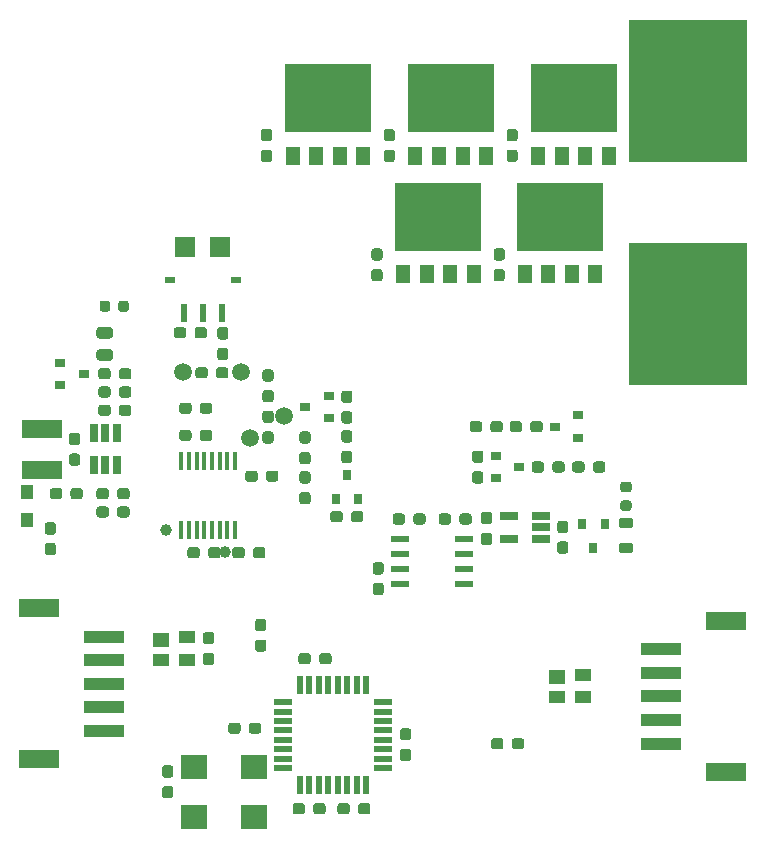
<source format=gtp>
%TF.GenerationSoftware,KiCad,Pcbnew,(5.1.8)-1*%
%TF.CreationDate,2021-02-13T14:21:55-08:00*%
%TF.ProjectId,20190720_Project_OCP-OVP-UVP,32303139-3037-4323-905f-50726f6a6563,A1*%
%TF.SameCoordinates,PX6ff61c0PY8823130*%
%TF.FileFunction,Paste,Top*%
%TF.FilePolarity,Positive*%
%FSLAX46Y46*%
G04 Gerber Fmt 4.6, Leading zero omitted, Abs format (unit mm)*
G04 Created by KiCad (PCBNEW (5.1.8)-1) date 2021-02-13 14:21:55*
%MOMM*%
%LPD*%
G01*
G04 APERTURE LIST*
%ADD10C,1.000000*%
%ADD11R,7.340600X5.816600*%
%ADD12R,1.143000X1.524000*%
%ADD13R,10.000000X12.000000*%
%ADD14R,3.500000X1.000000*%
%ADD15R,3.500000X1.600000*%
%ADD16R,3.500000X1.500000*%
%ADD17R,1.600000X0.550000*%
%ADD18R,0.550000X1.600000*%
%ADD19R,0.650000X1.560000*%
%ADD20R,0.900000X0.800000*%
%ADD21R,0.450000X1.500000*%
%ADD22R,2.200000X2.000000*%
%ADD23R,0.800000X0.900000*%
%ADD24R,1.550000X0.600000*%
%ADD25R,1.000000X1.150000*%
%ADD26R,1.560000X0.650000*%
%ADD27R,1.400000X1.000000*%
%ADD28R,1.400000X1.200000*%
%ADD29R,0.500000X1.500000*%
%ADD30R,1.800000X1.700000*%
%ADD31R,0.900000X0.600000*%
%ADD32C,1.500000*%
G04 APERTURE END LIST*
D10*
X17900000Y26000000D03*
X12900000Y27825000D03*
D11*
X26600000Y64382700D03*
D12*
X29600002Y59544000D03*
X27600001Y59544000D03*
X25600002Y59544000D03*
X23600001Y59544000D03*
D11*
X37000000Y64382700D03*
D12*
X40000002Y59544000D03*
X38000001Y59544000D03*
X36000002Y59544000D03*
X34000001Y59544000D03*
D11*
X47400000Y64382700D03*
D12*
X50400002Y59544000D03*
X48400001Y59544000D03*
X46400002Y59544000D03*
X44400001Y59544000D03*
D13*
X57100000Y46100000D03*
X57100000Y65000000D03*
D14*
X54800000Y17750000D03*
D15*
X60300000Y20150000D03*
X60300000Y7350000D03*
D14*
X54800000Y15750000D03*
X54800000Y13750000D03*
X54800000Y11750000D03*
X54800000Y9750000D03*
D16*
X2350000Y36425000D03*
X2350000Y32925000D03*
G36*
G01*
X3337500Y25700000D02*
X2862500Y25700000D01*
G75*
G02*
X2625000Y25937500I0J237500D01*
G01*
X2625000Y26512500D01*
G75*
G02*
X2862500Y26750000I237500J0D01*
G01*
X3337500Y26750000D01*
G75*
G02*
X3575000Y26512500I0J-237500D01*
G01*
X3575000Y25937500D01*
G75*
G02*
X3337500Y25700000I-237500J0D01*
G01*
G37*
G36*
G01*
X3337500Y27450000D02*
X2862500Y27450000D01*
G75*
G02*
X2625000Y27687500I0J237500D01*
G01*
X2625000Y28262500D01*
G75*
G02*
X2862500Y28500000I237500J0D01*
G01*
X3337500Y28500000D01*
G75*
G02*
X3575000Y28262500I0J-237500D01*
G01*
X3575000Y27687500D01*
G75*
G02*
X3337500Y27450000I-237500J0D01*
G01*
G37*
D17*
X22775000Y13275000D03*
X22775000Y12475000D03*
X22775000Y11675000D03*
X22775000Y10875000D03*
X22775000Y10075000D03*
X22775000Y9275000D03*
X22775000Y8475000D03*
X22775000Y7675000D03*
D18*
X24225000Y6225000D03*
X25025000Y6225000D03*
X25825000Y6225000D03*
X26625000Y6225000D03*
X27425000Y6225000D03*
X28225000Y6225000D03*
X29025000Y6225000D03*
X29825000Y6225000D03*
D17*
X31275000Y7675000D03*
X31275000Y8475000D03*
X31275000Y9275000D03*
X31275000Y10075000D03*
X31275000Y10875000D03*
X31275000Y11675000D03*
X31275000Y12475000D03*
X31275000Y13275000D03*
D18*
X29825000Y14725000D03*
X29025000Y14725000D03*
X28225000Y14725000D03*
X27425000Y14725000D03*
X26625000Y14725000D03*
X25825000Y14725000D03*
X25025000Y14725000D03*
X24225000Y14725000D03*
G36*
G01*
X22400000Y32637500D02*
X22400000Y32162500D01*
G75*
G02*
X22162500Y31925000I-237500J0D01*
G01*
X21587500Y31925000D01*
G75*
G02*
X21350000Y32162500I0J237500D01*
G01*
X21350000Y32637500D01*
G75*
G02*
X21587500Y32875000I237500J0D01*
G01*
X22162500Y32875000D01*
G75*
G02*
X22400000Y32637500I0J-237500D01*
G01*
G37*
G36*
G01*
X20650000Y32637500D02*
X20650000Y32162500D01*
G75*
G02*
X20412500Y31925000I-237500J0D01*
G01*
X19837500Y31925000D01*
G75*
G02*
X19600000Y32162500I0J237500D01*
G01*
X19600000Y32637500D01*
G75*
G02*
X19837500Y32875000I237500J0D01*
G01*
X20412500Y32875000D01*
G75*
G02*
X20650000Y32637500I0J-237500D01*
G01*
G37*
G36*
G01*
X13262500Y5125000D02*
X12787500Y5125000D01*
G75*
G02*
X12550000Y5362500I0J237500D01*
G01*
X12550000Y5937500D01*
G75*
G02*
X12787500Y6175000I237500J0D01*
G01*
X13262500Y6175000D01*
G75*
G02*
X13500000Y5937500I0J-237500D01*
G01*
X13500000Y5362500D01*
G75*
G02*
X13262500Y5125000I-237500J0D01*
G01*
G37*
G36*
G01*
X13262500Y6875000D02*
X12787500Y6875000D01*
G75*
G02*
X12550000Y7112500I0J237500D01*
G01*
X12550000Y7687500D01*
G75*
G02*
X12787500Y7925000I237500J0D01*
G01*
X13262500Y7925000D01*
G75*
G02*
X13500000Y7687500I0J-237500D01*
G01*
X13500000Y7112500D01*
G75*
G02*
X13262500Y6875000I-237500J0D01*
G01*
G37*
G36*
G01*
X18150000Y10822500D02*
X18150000Y11297500D01*
G75*
G02*
X18387500Y11535000I237500J0D01*
G01*
X18962500Y11535000D01*
G75*
G02*
X19200000Y11297500I0J-237500D01*
G01*
X19200000Y10822500D01*
G75*
G02*
X18962500Y10585000I-237500J0D01*
G01*
X18387500Y10585000D01*
G75*
G02*
X18150000Y10822500I0J237500D01*
G01*
G37*
G36*
G01*
X19900000Y10822500D02*
X19900000Y11297500D01*
G75*
G02*
X20137500Y11535000I237500J0D01*
G01*
X20712500Y11535000D01*
G75*
G02*
X20950000Y11297500I0J-237500D01*
G01*
X20950000Y10822500D01*
G75*
G02*
X20712500Y10585000I-237500J0D01*
G01*
X20137500Y10585000D01*
G75*
G02*
X19900000Y10822500I0J237500D01*
G01*
G37*
G36*
G01*
X32937500Y9325000D02*
X33412500Y9325000D01*
G75*
G02*
X33650000Y9087500I0J-237500D01*
G01*
X33650000Y8512500D01*
G75*
G02*
X33412500Y8275000I-237500J0D01*
G01*
X32937500Y8275000D01*
G75*
G02*
X32700000Y8512500I0J237500D01*
G01*
X32700000Y9087500D01*
G75*
G02*
X32937500Y9325000I237500J0D01*
G01*
G37*
G36*
G01*
X32937500Y11075000D02*
X33412500Y11075000D01*
G75*
G02*
X33650000Y10837500I0J-237500D01*
G01*
X33650000Y10262500D01*
G75*
G02*
X33412500Y10025000I-237500J0D01*
G01*
X32937500Y10025000D01*
G75*
G02*
X32700000Y10262500I0J237500D01*
G01*
X32700000Y10837500D01*
G75*
G02*
X32937500Y11075000I237500J0D01*
G01*
G37*
G36*
G01*
X42160000Y9512500D02*
X42160000Y9987500D01*
G75*
G02*
X42397500Y10225000I237500J0D01*
G01*
X42972500Y10225000D01*
G75*
G02*
X43210000Y9987500I0J-237500D01*
G01*
X43210000Y9512500D01*
G75*
G02*
X42972500Y9275000I-237500J0D01*
G01*
X42397500Y9275000D01*
G75*
G02*
X42160000Y9512500I0J237500D01*
G01*
G37*
G36*
G01*
X40410000Y9512500D02*
X40410000Y9987500D01*
G75*
G02*
X40647500Y10225000I237500J0D01*
G01*
X41222500Y10225000D01*
G75*
G02*
X41460000Y9987500I0J-237500D01*
G01*
X41460000Y9512500D01*
G75*
G02*
X41222500Y9275000I-237500J0D01*
G01*
X40647500Y9275000D01*
G75*
G02*
X40410000Y9512500I0J237500D01*
G01*
G37*
G36*
G01*
X24100000Y16712500D02*
X24100000Y17187500D01*
G75*
G02*
X24337500Y17425000I237500J0D01*
G01*
X24912500Y17425000D01*
G75*
G02*
X25150000Y17187500I0J-237500D01*
G01*
X25150000Y16712500D01*
G75*
G02*
X24912500Y16475000I-237500J0D01*
G01*
X24337500Y16475000D01*
G75*
G02*
X24100000Y16712500I0J237500D01*
G01*
G37*
G36*
G01*
X25850000Y16712500D02*
X25850000Y17187500D01*
G75*
G02*
X26087500Y17425000I237500J0D01*
G01*
X26662500Y17425000D01*
G75*
G02*
X26900000Y17187500I0J-237500D01*
G01*
X26900000Y16712500D01*
G75*
G02*
X26662500Y16475000I-237500J0D01*
G01*
X26087500Y16475000D01*
G75*
G02*
X25850000Y16712500I0J237500D01*
G01*
G37*
G36*
G01*
X16252500Y19210000D02*
X16727500Y19210000D01*
G75*
G02*
X16965000Y18972500I0J-237500D01*
G01*
X16965000Y18397500D01*
G75*
G02*
X16727500Y18160000I-237500J0D01*
G01*
X16252500Y18160000D01*
G75*
G02*
X16015000Y18397500I0J237500D01*
G01*
X16015000Y18972500D01*
G75*
G02*
X16252500Y19210000I237500J0D01*
G01*
G37*
G36*
G01*
X16252500Y17460000D02*
X16727500Y17460000D01*
G75*
G02*
X16965000Y17222500I0J-237500D01*
G01*
X16965000Y16647500D01*
G75*
G02*
X16727500Y16410000I-237500J0D01*
G01*
X16252500Y16410000D01*
G75*
G02*
X16015000Y16647500I0J237500D01*
G01*
X16015000Y17222500D01*
G75*
G02*
X16252500Y17460000I237500J0D01*
G01*
G37*
G36*
G01*
X20662500Y18575000D02*
X21137500Y18575000D01*
G75*
G02*
X21375000Y18337500I0J-237500D01*
G01*
X21375000Y17762500D01*
G75*
G02*
X21137500Y17525000I-237500J0D01*
G01*
X20662500Y17525000D01*
G75*
G02*
X20425000Y17762500I0J237500D01*
G01*
X20425000Y18337500D01*
G75*
G02*
X20662500Y18575000I237500J0D01*
G01*
G37*
G36*
G01*
X20662500Y20325000D02*
X21137500Y20325000D01*
G75*
G02*
X21375000Y20087500I0J-237500D01*
G01*
X21375000Y19512500D01*
G75*
G02*
X21137500Y19275000I-237500J0D01*
G01*
X20662500Y19275000D01*
G75*
G02*
X20425000Y19512500I0J237500D01*
G01*
X20425000Y20087500D01*
G75*
G02*
X20662500Y20325000I237500J0D01*
G01*
G37*
G36*
G01*
X8900000Y39287500D02*
X8900000Y39762500D01*
G75*
G02*
X9137500Y40000000I237500J0D01*
G01*
X9712500Y40000000D01*
G75*
G02*
X9950000Y39762500I0J-237500D01*
G01*
X9950000Y39287500D01*
G75*
G02*
X9712500Y39050000I-237500J0D01*
G01*
X9137500Y39050000D01*
G75*
G02*
X8900000Y39287500I0J237500D01*
G01*
G37*
G36*
G01*
X7150000Y39287500D02*
X7150000Y39762500D01*
G75*
G02*
X7387500Y40000000I237500J0D01*
G01*
X7962500Y40000000D01*
G75*
G02*
X8200000Y39762500I0J-237500D01*
G01*
X8200000Y39287500D01*
G75*
G02*
X7962500Y39050000I-237500J0D01*
G01*
X7387500Y39050000D01*
G75*
G02*
X7150000Y39287500I0J237500D01*
G01*
G37*
G36*
G01*
X4912500Y34325000D02*
X5387500Y34325000D01*
G75*
G02*
X5625000Y34087500I0J-237500D01*
G01*
X5625000Y33512500D01*
G75*
G02*
X5387500Y33275000I-237500J0D01*
G01*
X4912500Y33275000D01*
G75*
G02*
X4675000Y33512500I0J237500D01*
G01*
X4675000Y34087500D01*
G75*
G02*
X4912500Y34325000I237500J0D01*
G01*
G37*
G36*
G01*
X4912500Y36075000D02*
X5387500Y36075000D01*
G75*
G02*
X5625000Y35837500I0J-237500D01*
G01*
X5625000Y35262500D01*
G75*
G02*
X5387500Y35025000I-237500J0D01*
G01*
X4912500Y35025000D01*
G75*
G02*
X4675000Y35262500I0J237500D01*
G01*
X4675000Y35837500D01*
G75*
G02*
X4912500Y36075000I237500J0D01*
G01*
G37*
G36*
G01*
X9800000Y31162500D02*
X9800000Y30687500D01*
G75*
G02*
X9562500Y30450000I-237500J0D01*
G01*
X8987500Y30450000D01*
G75*
G02*
X8750000Y30687500I0J237500D01*
G01*
X8750000Y31162500D01*
G75*
G02*
X8987500Y31400000I237500J0D01*
G01*
X9562500Y31400000D01*
G75*
G02*
X9800000Y31162500I0J-237500D01*
G01*
G37*
G36*
G01*
X8050000Y31162500D02*
X8050000Y30687500D01*
G75*
G02*
X7812500Y30450000I-237500J0D01*
G01*
X7237500Y30450000D01*
G75*
G02*
X7000000Y30687500I0J237500D01*
G01*
X7000000Y31162500D01*
G75*
G02*
X7237500Y31400000I237500J0D01*
G01*
X7812500Y31400000D01*
G75*
G02*
X8050000Y31162500I0J-237500D01*
G01*
G37*
D19*
X6800000Y33375000D03*
X7750000Y33375000D03*
X8700000Y33375000D03*
X8700000Y36075000D03*
X6800000Y36075000D03*
X7750000Y36075000D03*
G36*
G01*
X8900000Y37737500D02*
X8900000Y38212500D01*
G75*
G02*
X9137500Y38450000I237500J0D01*
G01*
X9712500Y38450000D01*
G75*
G02*
X9950000Y38212500I0J-237500D01*
G01*
X9950000Y37737500D01*
G75*
G02*
X9712500Y37500000I-237500J0D01*
G01*
X9137500Y37500000D01*
G75*
G02*
X8900000Y37737500I0J237500D01*
G01*
G37*
G36*
G01*
X7150000Y37737500D02*
X7150000Y38212500D01*
G75*
G02*
X7387500Y38450000I237500J0D01*
G01*
X7962500Y38450000D01*
G75*
G02*
X8200000Y38212500I0J-237500D01*
G01*
X8200000Y37737500D01*
G75*
G02*
X7962500Y37500000I-237500J0D01*
G01*
X7387500Y37500000D01*
G75*
G02*
X7150000Y37737500I0J237500D01*
G01*
G37*
D20*
X3950000Y42025000D03*
X3950000Y40125000D03*
X5950000Y41075000D03*
G36*
G01*
X8750000Y29137500D02*
X8750000Y29612500D01*
G75*
G02*
X8987500Y29850000I237500J0D01*
G01*
X9562500Y29850000D01*
G75*
G02*
X9800000Y29612500I0J-237500D01*
G01*
X9800000Y29137500D01*
G75*
G02*
X9562500Y28900000I-237500J0D01*
G01*
X8987500Y28900000D01*
G75*
G02*
X8750000Y29137500I0J237500D01*
G01*
G37*
G36*
G01*
X7000000Y29137500D02*
X7000000Y29612500D01*
G75*
G02*
X7237500Y29850000I237500J0D01*
G01*
X7812500Y29850000D01*
G75*
G02*
X8050000Y29612500I0J-237500D01*
G01*
X8050000Y29137500D01*
G75*
G02*
X7812500Y28900000I-237500J0D01*
G01*
X7237500Y28900000D01*
G75*
G02*
X7000000Y29137500I0J237500D01*
G01*
G37*
D21*
X14175000Y33725000D03*
X14825000Y33725000D03*
X15475000Y33725000D03*
X16125000Y33725000D03*
X16775000Y33725000D03*
X17425000Y33725000D03*
X18075000Y33725000D03*
X18725000Y33725000D03*
X18725000Y27825000D03*
X18075000Y27825000D03*
X17425000Y27825000D03*
X16775000Y27825000D03*
X16125000Y27825000D03*
X15475000Y27825000D03*
X14825000Y27825000D03*
X14175000Y27825000D03*
D22*
X15295000Y3550000D03*
X20375000Y3550000D03*
X20375000Y7750000D03*
X15295000Y7750000D03*
G36*
G01*
X33825000Y28537500D02*
X33825000Y29012500D01*
G75*
G02*
X34062500Y29250000I237500J0D01*
G01*
X34637500Y29250000D01*
G75*
G02*
X34875000Y29012500I0J-237500D01*
G01*
X34875000Y28537500D01*
G75*
G02*
X34637500Y28300000I-237500J0D01*
G01*
X34062500Y28300000D01*
G75*
G02*
X33825000Y28537500I0J237500D01*
G01*
G37*
G36*
G01*
X32075000Y28537500D02*
X32075000Y29012500D01*
G75*
G02*
X32312500Y29250000I237500J0D01*
G01*
X32887500Y29250000D01*
G75*
G02*
X33125000Y29012500I0J-237500D01*
G01*
X33125000Y28537500D01*
G75*
G02*
X32887500Y28300000I-237500J0D01*
G01*
X32312500Y28300000D01*
G75*
G02*
X32075000Y28537500I0J237500D01*
G01*
G37*
G36*
G01*
X38775000Y29012500D02*
X38775000Y28537500D01*
G75*
G02*
X38537500Y28300000I-237500J0D01*
G01*
X37962500Y28300000D01*
G75*
G02*
X37725000Y28537500I0J237500D01*
G01*
X37725000Y29012500D01*
G75*
G02*
X37962500Y29250000I237500J0D01*
G01*
X38537500Y29250000D01*
G75*
G02*
X38775000Y29012500I0J-237500D01*
G01*
G37*
G36*
G01*
X37025000Y29012500D02*
X37025000Y28537500D01*
G75*
G02*
X36787500Y28300000I-237500J0D01*
G01*
X36212500Y28300000D01*
G75*
G02*
X35975000Y28537500I0J237500D01*
G01*
X35975000Y29012500D01*
G75*
G02*
X36212500Y29250000I237500J0D01*
G01*
X36787500Y29250000D01*
G75*
G02*
X37025000Y29012500I0J-237500D01*
G01*
G37*
G36*
G01*
X7275000Y46543750D02*
X7275000Y47056250D01*
G75*
G02*
X7493750Y47275000I218750J0D01*
G01*
X7931250Y47275000D01*
G75*
G02*
X8150000Y47056250I0J-218750D01*
G01*
X8150000Y46543750D01*
G75*
G02*
X7931250Y46325000I-218750J0D01*
G01*
X7493750Y46325000D01*
G75*
G02*
X7275000Y46543750I0J218750D01*
G01*
G37*
G36*
G01*
X8850000Y46543750D02*
X8850000Y47056250D01*
G75*
G02*
X9068750Y47275000I218750J0D01*
G01*
X9506250Y47275000D01*
G75*
G02*
X9725000Y47056250I0J-218750D01*
G01*
X9725000Y46543750D01*
G75*
G02*
X9506250Y46325000I-218750J0D01*
G01*
X9068750Y46325000D01*
G75*
G02*
X8850000Y46543750I0J218750D01*
G01*
G37*
D23*
X28200000Y32475000D03*
X29150000Y30475000D03*
X27250000Y30475000D03*
D20*
X26650000Y37300000D03*
X26650000Y39200000D03*
X24650000Y38250000D03*
D24*
X38125000Y27125000D03*
X38125000Y25855000D03*
X38125000Y24585000D03*
X38125000Y23315000D03*
X32725000Y23315000D03*
X32725000Y24585000D03*
X32725000Y25855000D03*
X32725000Y27125000D03*
D20*
X40800000Y34125000D03*
X40800000Y32225000D03*
X42800000Y33175000D03*
X45800000Y36600000D03*
X47800000Y37550000D03*
X47800000Y35650000D03*
G36*
G01*
X28550000Y28737500D02*
X28550000Y29212500D01*
G75*
G02*
X28787500Y29450000I237500J0D01*
G01*
X29362500Y29450000D01*
G75*
G02*
X29600000Y29212500I0J-237500D01*
G01*
X29600000Y28737500D01*
G75*
G02*
X29362500Y28500000I-237500J0D01*
G01*
X28787500Y28500000D01*
G75*
G02*
X28550000Y28737500I0J237500D01*
G01*
G37*
G36*
G01*
X26800000Y28737500D02*
X26800000Y29212500D01*
G75*
G02*
X27037500Y29450000I237500J0D01*
G01*
X27612500Y29450000D01*
G75*
G02*
X27850000Y29212500I0J-237500D01*
G01*
X27850000Y28737500D01*
G75*
G02*
X27612500Y28500000I-237500J0D01*
G01*
X27037500Y28500000D01*
G75*
G02*
X26800000Y28737500I0J237500D01*
G01*
G37*
G36*
G01*
X27962500Y37900000D02*
X28437500Y37900000D01*
G75*
G02*
X28675000Y37662500I0J-237500D01*
G01*
X28675000Y37087500D01*
G75*
G02*
X28437500Y36850000I-237500J0D01*
G01*
X27962500Y36850000D01*
G75*
G02*
X27725000Y37087500I0J237500D01*
G01*
X27725000Y37662500D01*
G75*
G02*
X27962500Y37900000I237500J0D01*
G01*
G37*
G36*
G01*
X27962500Y39650000D02*
X28437500Y39650000D01*
G75*
G02*
X28675000Y39412500I0J-237500D01*
G01*
X28675000Y38837500D01*
G75*
G02*
X28437500Y38600000I-237500J0D01*
G01*
X27962500Y38600000D01*
G75*
G02*
X27725000Y38837500I0J237500D01*
G01*
X27725000Y39412500D01*
G75*
G02*
X27962500Y39650000I237500J0D01*
G01*
G37*
G36*
G01*
X27962500Y36300000D02*
X28437500Y36300000D01*
G75*
G02*
X28675000Y36062500I0J-237500D01*
G01*
X28675000Y35487500D01*
G75*
G02*
X28437500Y35250000I-237500J0D01*
G01*
X27962500Y35250000D01*
G75*
G02*
X27725000Y35487500I0J237500D01*
G01*
X27725000Y36062500D01*
G75*
G02*
X27962500Y36300000I237500J0D01*
G01*
G37*
G36*
G01*
X27962500Y34550000D02*
X28437500Y34550000D01*
G75*
G02*
X28675000Y34312500I0J-237500D01*
G01*
X28675000Y33737500D01*
G75*
G02*
X28437500Y33500000I-237500J0D01*
G01*
X27962500Y33500000D01*
G75*
G02*
X27725000Y33737500I0J237500D01*
G01*
X27725000Y34312500D01*
G75*
G02*
X27962500Y34550000I237500J0D01*
G01*
G37*
G36*
G01*
X24412500Y32825000D02*
X24887500Y32825000D01*
G75*
G02*
X25125000Y32587500I0J-237500D01*
G01*
X25125000Y32012500D01*
G75*
G02*
X24887500Y31775000I-237500J0D01*
G01*
X24412500Y31775000D01*
G75*
G02*
X24175000Y32012500I0J237500D01*
G01*
X24175000Y32587500D01*
G75*
G02*
X24412500Y32825000I237500J0D01*
G01*
G37*
G36*
G01*
X24412500Y31075000D02*
X24887500Y31075000D01*
G75*
G02*
X25125000Y30837500I0J-237500D01*
G01*
X25125000Y30262500D01*
G75*
G02*
X24887500Y30025000I-237500J0D01*
G01*
X24412500Y30025000D01*
G75*
G02*
X24175000Y30262500I0J237500D01*
G01*
X24175000Y30837500D01*
G75*
G02*
X24412500Y31075000I237500J0D01*
G01*
G37*
G36*
G01*
X30612500Y25125000D02*
X31087500Y25125000D01*
G75*
G02*
X31325000Y24887500I0J-237500D01*
G01*
X31325000Y24312500D01*
G75*
G02*
X31087500Y24075000I-237500J0D01*
G01*
X30612500Y24075000D01*
G75*
G02*
X30375000Y24312500I0J237500D01*
G01*
X30375000Y24887500D01*
G75*
G02*
X30612500Y25125000I237500J0D01*
G01*
G37*
G36*
G01*
X30612500Y23375000D02*
X31087500Y23375000D01*
G75*
G02*
X31325000Y23137500I0J-237500D01*
G01*
X31325000Y22562500D01*
G75*
G02*
X31087500Y22325000I-237500J0D01*
G01*
X30612500Y22325000D01*
G75*
G02*
X30375000Y22562500I0J237500D01*
G01*
X30375000Y23137500D01*
G75*
G02*
X30612500Y23375000I237500J0D01*
G01*
G37*
G36*
G01*
X24412500Y34450000D02*
X24887500Y34450000D01*
G75*
G02*
X25125000Y34212500I0J-237500D01*
G01*
X25125000Y33637500D01*
G75*
G02*
X24887500Y33400000I-237500J0D01*
G01*
X24412500Y33400000D01*
G75*
G02*
X24175000Y33637500I0J237500D01*
G01*
X24175000Y34212500D01*
G75*
G02*
X24412500Y34450000I237500J0D01*
G01*
G37*
G36*
G01*
X24412500Y36200000D02*
X24887500Y36200000D01*
G75*
G02*
X25125000Y35962500I0J-237500D01*
G01*
X25125000Y35387500D01*
G75*
G02*
X24887500Y35150000I-237500J0D01*
G01*
X24412500Y35150000D01*
G75*
G02*
X24175000Y35387500I0J237500D01*
G01*
X24175000Y35962500D01*
G75*
G02*
X24412500Y36200000I237500J0D01*
G01*
G37*
G36*
G01*
X39037500Y32825000D02*
X39512500Y32825000D01*
G75*
G02*
X39750000Y32587500I0J-237500D01*
G01*
X39750000Y32012500D01*
G75*
G02*
X39512500Y31775000I-237500J0D01*
G01*
X39037500Y31775000D01*
G75*
G02*
X38800000Y32012500I0J237500D01*
G01*
X38800000Y32587500D01*
G75*
G02*
X39037500Y32825000I237500J0D01*
G01*
G37*
G36*
G01*
X39037500Y34575000D02*
X39512500Y34575000D01*
G75*
G02*
X39750000Y34337500I0J-237500D01*
G01*
X39750000Y33762500D01*
G75*
G02*
X39512500Y33525000I-237500J0D01*
G01*
X39037500Y33525000D01*
G75*
G02*
X38800000Y33762500I0J237500D01*
G01*
X38800000Y34337500D01*
G75*
G02*
X39037500Y34575000I237500J0D01*
G01*
G37*
G36*
G01*
X48325000Y33412500D02*
X48325000Y32937500D01*
G75*
G02*
X48087500Y32700000I-237500J0D01*
G01*
X47512500Y32700000D01*
G75*
G02*
X47275000Y32937500I0J237500D01*
G01*
X47275000Y33412500D01*
G75*
G02*
X47512500Y33650000I237500J0D01*
G01*
X48087500Y33650000D01*
G75*
G02*
X48325000Y33412500I0J-237500D01*
G01*
G37*
G36*
G01*
X50075000Y33412500D02*
X50075000Y32937500D01*
G75*
G02*
X49837500Y32700000I-237500J0D01*
G01*
X49262500Y32700000D01*
G75*
G02*
X49025000Y32937500I0J237500D01*
G01*
X49025000Y33412500D01*
G75*
G02*
X49262500Y33650000I237500J0D01*
G01*
X49837500Y33650000D01*
G75*
G02*
X50075000Y33412500I0J-237500D01*
G01*
G37*
G36*
G01*
X46650000Y33412500D02*
X46650000Y32937500D01*
G75*
G02*
X46412500Y32700000I-237500J0D01*
G01*
X45837500Y32700000D01*
G75*
G02*
X45600000Y32937500I0J237500D01*
G01*
X45600000Y33412500D01*
G75*
G02*
X45837500Y33650000I237500J0D01*
G01*
X46412500Y33650000D01*
G75*
G02*
X46650000Y33412500I0J-237500D01*
G01*
G37*
G36*
G01*
X44900000Y33412500D02*
X44900000Y32937500D01*
G75*
G02*
X44662500Y32700000I-237500J0D01*
G01*
X44087500Y32700000D01*
G75*
G02*
X43850000Y32937500I0J237500D01*
G01*
X43850000Y33412500D01*
G75*
G02*
X44087500Y33650000I237500J0D01*
G01*
X44662500Y33650000D01*
G75*
G02*
X44900000Y33412500I0J-237500D01*
G01*
G37*
G36*
G01*
X44775000Y36837500D02*
X44775000Y36362500D01*
G75*
G02*
X44537500Y36125000I-237500J0D01*
G01*
X43962500Y36125000D01*
G75*
G02*
X43725000Y36362500I0J237500D01*
G01*
X43725000Y36837500D01*
G75*
G02*
X43962500Y37075000I237500J0D01*
G01*
X44537500Y37075000D01*
G75*
G02*
X44775000Y36837500I0J-237500D01*
G01*
G37*
G36*
G01*
X43025000Y36837500D02*
X43025000Y36362500D01*
G75*
G02*
X42787500Y36125000I-237500J0D01*
G01*
X42212500Y36125000D01*
G75*
G02*
X41975000Y36362500I0J237500D01*
G01*
X41975000Y36837500D01*
G75*
G02*
X42212500Y37075000I237500J0D01*
G01*
X42787500Y37075000D01*
G75*
G02*
X43025000Y36837500I0J-237500D01*
G01*
G37*
G36*
G01*
X41400000Y36837500D02*
X41400000Y36362500D01*
G75*
G02*
X41162500Y36125000I-237500J0D01*
G01*
X40587500Y36125000D01*
G75*
G02*
X40350000Y36362500I0J237500D01*
G01*
X40350000Y36837500D01*
G75*
G02*
X40587500Y37075000I237500J0D01*
G01*
X41162500Y37075000D01*
G75*
G02*
X41400000Y36837500I0J-237500D01*
G01*
G37*
G36*
G01*
X39650000Y36837500D02*
X39650000Y36362500D01*
G75*
G02*
X39412500Y36125000I-237500J0D01*
G01*
X38837500Y36125000D01*
G75*
G02*
X38600000Y36362500I0J237500D01*
G01*
X38600000Y36837500D01*
G75*
G02*
X38837500Y37075000I237500J0D01*
G01*
X39412500Y37075000D01*
G75*
G02*
X39650000Y36837500I0J-237500D01*
G01*
G37*
G36*
G01*
X21637500Y59000000D02*
X21162500Y59000000D01*
G75*
G02*
X20925000Y59237500I0J237500D01*
G01*
X20925000Y59812500D01*
G75*
G02*
X21162500Y60050000I237500J0D01*
G01*
X21637500Y60050000D01*
G75*
G02*
X21875000Y59812500I0J-237500D01*
G01*
X21875000Y59237500D01*
G75*
G02*
X21637500Y59000000I-237500J0D01*
G01*
G37*
G36*
G01*
X21637500Y60750000D02*
X21162500Y60750000D01*
G75*
G02*
X20925000Y60987500I0J237500D01*
G01*
X20925000Y61562500D01*
G75*
G02*
X21162500Y61800000I237500J0D01*
G01*
X21637500Y61800000D01*
G75*
G02*
X21875000Y61562500I0J-237500D01*
G01*
X21875000Y60987500D01*
G75*
G02*
X21637500Y60750000I-237500J0D01*
G01*
G37*
G36*
G01*
X42437500Y59000000D02*
X41962500Y59000000D01*
G75*
G02*
X41725000Y59237500I0J237500D01*
G01*
X41725000Y59812500D01*
G75*
G02*
X41962500Y60050000I237500J0D01*
G01*
X42437500Y60050000D01*
G75*
G02*
X42675000Y59812500I0J-237500D01*
G01*
X42675000Y59237500D01*
G75*
G02*
X42437500Y59000000I-237500J0D01*
G01*
G37*
G36*
G01*
X42437500Y60750000D02*
X41962500Y60750000D01*
G75*
G02*
X41725000Y60987500I0J237500D01*
G01*
X41725000Y61562500D01*
G75*
G02*
X41962500Y61800000I237500J0D01*
G01*
X42437500Y61800000D01*
G75*
G02*
X42675000Y61562500I0J-237500D01*
G01*
X42675000Y60987500D01*
G75*
G02*
X42437500Y60750000I-237500J0D01*
G01*
G37*
G36*
G01*
X41337500Y48900000D02*
X40862500Y48900000D01*
G75*
G02*
X40625000Y49137500I0J237500D01*
G01*
X40625000Y49712500D01*
G75*
G02*
X40862500Y49950000I237500J0D01*
G01*
X41337500Y49950000D01*
G75*
G02*
X41575000Y49712500I0J-237500D01*
G01*
X41575000Y49137500D01*
G75*
G02*
X41337500Y48900000I-237500J0D01*
G01*
G37*
G36*
G01*
X41337500Y50650000D02*
X40862500Y50650000D01*
G75*
G02*
X40625000Y50887500I0J237500D01*
G01*
X40625000Y51462500D01*
G75*
G02*
X40862500Y51700000I237500J0D01*
G01*
X41337500Y51700000D01*
G75*
G02*
X41575000Y51462500I0J-237500D01*
G01*
X41575000Y50887500D01*
G75*
G02*
X41337500Y50650000I-237500J0D01*
G01*
G37*
G36*
G01*
X30512500Y49950000D02*
X30987500Y49950000D01*
G75*
G02*
X31225000Y49712500I0J-237500D01*
G01*
X31225000Y49137500D01*
G75*
G02*
X30987500Y48900000I-237500J0D01*
G01*
X30512500Y48900000D01*
G75*
G02*
X30275000Y49137500I0J237500D01*
G01*
X30275000Y49712500D01*
G75*
G02*
X30512500Y49950000I237500J0D01*
G01*
G37*
G36*
G01*
X30512500Y51700000D02*
X30987500Y51700000D01*
G75*
G02*
X31225000Y51462500I0J-237500D01*
G01*
X31225000Y50887500D01*
G75*
G02*
X30987500Y50650000I-237500J0D01*
G01*
X30512500Y50650000D01*
G75*
G02*
X30275000Y50887500I0J237500D01*
G01*
X30275000Y51462500D01*
G75*
G02*
X30512500Y51700000I237500J0D01*
G01*
G37*
G36*
G01*
X7243750Y45025000D02*
X8156250Y45025000D01*
G75*
G02*
X8400000Y44781250I0J-243750D01*
G01*
X8400000Y44293750D01*
G75*
G02*
X8156250Y44050000I-243750J0D01*
G01*
X7243750Y44050000D01*
G75*
G02*
X7000000Y44293750I0J243750D01*
G01*
X7000000Y44781250D01*
G75*
G02*
X7243750Y45025000I243750J0D01*
G01*
G37*
G36*
G01*
X7243750Y43150000D02*
X8156250Y43150000D01*
G75*
G02*
X8400000Y42906250I0J-243750D01*
G01*
X8400000Y42418750D01*
G75*
G02*
X8156250Y42175000I-243750J0D01*
G01*
X7243750Y42175000D01*
G75*
G02*
X7000000Y42418750I0J243750D01*
G01*
X7000000Y42906250D01*
G75*
G02*
X7243750Y43150000I243750J0D01*
G01*
G37*
G36*
G01*
X13550000Y44312500D02*
X13550000Y44787500D01*
G75*
G02*
X13787500Y45025000I237500J0D01*
G01*
X14362500Y45025000D01*
G75*
G02*
X14600000Y44787500I0J-237500D01*
G01*
X14600000Y44312500D01*
G75*
G02*
X14362500Y44075000I-237500J0D01*
G01*
X13787500Y44075000D01*
G75*
G02*
X13550000Y44312500I0J237500D01*
G01*
G37*
G36*
G01*
X15300000Y44312500D02*
X15300000Y44787500D01*
G75*
G02*
X15537500Y45025000I237500J0D01*
G01*
X16112500Y45025000D01*
G75*
G02*
X16350000Y44787500I0J-237500D01*
G01*
X16350000Y44312500D01*
G75*
G02*
X16112500Y44075000I-237500J0D01*
G01*
X15537500Y44075000D01*
G75*
G02*
X15300000Y44312500I0J237500D01*
G01*
G37*
G36*
G01*
X17462500Y43275000D02*
X17937500Y43275000D01*
G75*
G02*
X18175000Y43037500I0J-237500D01*
G01*
X18175000Y42462500D01*
G75*
G02*
X17937500Y42225000I-237500J0D01*
G01*
X17462500Y42225000D01*
G75*
G02*
X17225000Y42462500I0J237500D01*
G01*
X17225000Y43037500D01*
G75*
G02*
X17462500Y43275000I237500J0D01*
G01*
G37*
G36*
G01*
X17462500Y45025000D02*
X17937500Y45025000D01*
G75*
G02*
X18175000Y44787500I0J-237500D01*
G01*
X18175000Y44212500D01*
G75*
G02*
X17937500Y43975000I-237500J0D01*
G01*
X17462500Y43975000D01*
G75*
G02*
X17225000Y44212500I0J237500D01*
G01*
X17225000Y44787500D01*
G75*
G02*
X17462500Y45025000I237500J0D01*
G01*
G37*
G36*
G01*
X18175000Y41387500D02*
X18175000Y40912500D01*
G75*
G02*
X17937500Y40675000I-237500J0D01*
G01*
X17362500Y40675000D01*
G75*
G02*
X17125000Y40912500I0J237500D01*
G01*
X17125000Y41387500D01*
G75*
G02*
X17362500Y41625000I237500J0D01*
G01*
X17937500Y41625000D01*
G75*
G02*
X18175000Y41387500I0J-237500D01*
G01*
G37*
G36*
G01*
X16425000Y41387500D02*
X16425000Y40912500D01*
G75*
G02*
X16187500Y40675000I-237500J0D01*
G01*
X15612500Y40675000D01*
G75*
G02*
X15375000Y40912500I0J237500D01*
G01*
X15375000Y41387500D01*
G75*
G02*
X15612500Y41625000I237500J0D01*
G01*
X16187500Y41625000D01*
G75*
G02*
X16425000Y41387500I0J-237500D01*
G01*
G37*
G36*
G01*
X21287500Y39700000D02*
X21762500Y39700000D01*
G75*
G02*
X22000000Y39462500I0J-237500D01*
G01*
X22000000Y38887500D01*
G75*
G02*
X21762500Y38650000I-237500J0D01*
G01*
X21287500Y38650000D01*
G75*
G02*
X21050000Y38887500I0J237500D01*
G01*
X21050000Y39462500D01*
G75*
G02*
X21287500Y39700000I237500J0D01*
G01*
G37*
G36*
G01*
X21287500Y41450000D02*
X21762500Y41450000D01*
G75*
G02*
X22000000Y41212500I0J-237500D01*
G01*
X22000000Y40637500D01*
G75*
G02*
X21762500Y40400000I-237500J0D01*
G01*
X21287500Y40400000D01*
G75*
G02*
X21050000Y40637500I0J237500D01*
G01*
X21050000Y41212500D01*
G75*
G02*
X21287500Y41450000I237500J0D01*
G01*
G37*
G36*
G01*
X21287500Y37950000D02*
X21762500Y37950000D01*
G75*
G02*
X22000000Y37712500I0J-237500D01*
G01*
X22000000Y37137500D01*
G75*
G02*
X21762500Y36900000I-237500J0D01*
G01*
X21287500Y36900000D01*
G75*
G02*
X21050000Y37137500I0J237500D01*
G01*
X21050000Y37712500D01*
G75*
G02*
X21287500Y37950000I237500J0D01*
G01*
G37*
G36*
G01*
X21287500Y36200000D02*
X21762500Y36200000D01*
G75*
G02*
X22000000Y35962500I0J-237500D01*
G01*
X22000000Y35387500D01*
G75*
G02*
X21762500Y35150000I-237500J0D01*
G01*
X21287500Y35150000D01*
G75*
G02*
X21050000Y35387500I0J237500D01*
G01*
X21050000Y35962500D01*
G75*
G02*
X21287500Y36200000I237500J0D01*
G01*
G37*
G36*
G01*
X8200000Y41312500D02*
X8200000Y40837500D01*
G75*
G02*
X7962500Y40600000I-237500J0D01*
G01*
X7387500Y40600000D01*
G75*
G02*
X7150000Y40837500I0J237500D01*
G01*
X7150000Y41312500D01*
G75*
G02*
X7387500Y41550000I237500J0D01*
G01*
X7962500Y41550000D01*
G75*
G02*
X8200000Y41312500I0J-237500D01*
G01*
G37*
G36*
G01*
X9950000Y41312500D02*
X9950000Y40837500D01*
G75*
G02*
X9712500Y40600000I-237500J0D01*
G01*
X9137500Y40600000D01*
G75*
G02*
X8900000Y40837500I0J237500D01*
G01*
X8900000Y41312500D01*
G75*
G02*
X9137500Y41550000I237500J0D01*
G01*
X9712500Y41550000D01*
G75*
G02*
X9950000Y41312500I0J-237500D01*
G01*
G37*
G36*
G01*
X3050000Y30687500D02*
X3050000Y31162500D01*
G75*
G02*
X3287500Y31400000I237500J0D01*
G01*
X3862500Y31400000D01*
G75*
G02*
X4100000Y31162500I0J-237500D01*
G01*
X4100000Y30687500D01*
G75*
G02*
X3862500Y30450000I-237500J0D01*
G01*
X3287500Y30450000D01*
G75*
G02*
X3050000Y30687500I0J237500D01*
G01*
G37*
G36*
G01*
X4800000Y30687500D02*
X4800000Y31162500D01*
G75*
G02*
X5037500Y31400000I237500J0D01*
G01*
X5612500Y31400000D01*
G75*
G02*
X5850000Y31162500I0J-237500D01*
G01*
X5850000Y30687500D01*
G75*
G02*
X5612500Y30450000I-237500J0D01*
G01*
X5037500Y30450000D01*
G75*
G02*
X4800000Y30687500I0J237500D01*
G01*
G37*
D25*
X1100000Y28700000D03*
X1100000Y31050000D03*
G36*
G01*
X46712500Y25825000D02*
X46237500Y25825000D01*
G75*
G02*
X46000000Y26062500I0J237500D01*
G01*
X46000000Y26637500D01*
G75*
G02*
X46237500Y26875000I237500J0D01*
G01*
X46712500Y26875000D01*
G75*
G02*
X46950000Y26637500I0J-237500D01*
G01*
X46950000Y26062500D01*
G75*
G02*
X46712500Y25825000I-237500J0D01*
G01*
G37*
G36*
G01*
X46712500Y27575000D02*
X46237500Y27575000D01*
G75*
G02*
X46000000Y27812500I0J237500D01*
G01*
X46000000Y28387500D01*
G75*
G02*
X46237500Y28625000I237500J0D01*
G01*
X46712500Y28625000D01*
G75*
G02*
X46950000Y28387500I0J-237500D01*
G01*
X46950000Y27812500D01*
G75*
G02*
X46712500Y27575000I-237500J0D01*
G01*
G37*
G36*
G01*
X40262500Y28325000D02*
X39787500Y28325000D01*
G75*
G02*
X39550000Y28562500I0J237500D01*
G01*
X39550000Y29137500D01*
G75*
G02*
X39787500Y29375000I237500J0D01*
G01*
X40262500Y29375000D01*
G75*
G02*
X40500000Y29137500I0J-237500D01*
G01*
X40500000Y28562500D01*
G75*
G02*
X40262500Y28325000I-237500J0D01*
G01*
G37*
G36*
G01*
X40262500Y26575000D02*
X39787500Y26575000D01*
G75*
G02*
X39550000Y26812500I0J237500D01*
G01*
X39550000Y27387500D01*
G75*
G02*
X39787500Y27625000I237500J0D01*
G01*
X40262500Y27625000D01*
G75*
G02*
X40500000Y27387500I0J-237500D01*
G01*
X40500000Y26812500D01*
G75*
G02*
X40262500Y26575000I-237500J0D01*
G01*
G37*
D23*
X50025000Y28325000D03*
X48125000Y28325000D03*
X49075000Y26325000D03*
G36*
G01*
X52081250Y29475000D02*
X51568750Y29475000D01*
G75*
G02*
X51350000Y29693750I0J218750D01*
G01*
X51350000Y30131250D01*
G75*
G02*
X51568750Y30350000I218750J0D01*
G01*
X52081250Y30350000D01*
G75*
G02*
X52300000Y30131250I0J-218750D01*
G01*
X52300000Y29693750D01*
G75*
G02*
X52081250Y29475000I-218750J0D01*
G01*
G37*
G36*
G01*
X52081250Y31050000D02*
X51568750Y31050000D01*
G75*
G02*
X51350000Y31268750I0J218750D01*
G01*
X51350000Y31706250D01*
G75*
G02*
X51568750Y31925000I218750J0D01*
G01*
X52081250Y31925000D01*
G75*
G02*
X52300000Y31706250I0J-218750D01*
G01*
X52300000Y31268750D01*
G75*
G02*
X52081250Y31050000I-218750J0D01*
G01*
G37*
G36*
G01*
X51443750Y28875000D02*
X52206250Y28875000D01*
G75*
G02*
X52425000Y28656250I0J-218750D01*
G01*
X52425000Y28218750D01*
G75*
G02*
X52206250Y28000000I-218750J0D01*
G01*
X51443750Y28000000D01*
G75*
G02*
X51225000Y28218750I0J218750D01*
G01*
X51225000Y28656250D01*
G75*
G02*
X51443750Y28875000I218750J0D01*
G01*
G37*
G36*
G01*
X51443750Y26750000D02*
X52206250Y26750000D01*
G75*
G02*
X52425000Y26531250I0J-218750D01*
G01*
X52425000Y26093750D01*
G75*
G02*
X52206250Y25875000I-218750J0D01*
G01*
X51443750Y25875000D01*
G75*
G02*
X51225000Y26093750I0J218750D01*
G01*
X51225000Y26531250D01*
G75*
G02*
X51443750Y26750000I218750J0D01*
G01*
G37*
G36*
G01*
X32037500Y59000000D02*
X31562500Y59000000D01*
G75*
G02*
X31325000Y59237500I0J237500D01*
G01*
X31325000Y59812500D01*
G75*
G02*
X31562500Y60050000I237500J0D01*
G01*
X32037500Y60050000D01*
G75*
G02*
X32275000Y59812500I0J-237500D01*
G01*
X32275000Y59237500D01*
G75*
G02*
X32037500Y59000000I-237500J0D01*
G01*
G37*
G36*
G01*
X32037500Y60750000D02*
X31562500Y60750000D01*
G75*
G02*
X31325000Y60987500I0J237500D01*
G01*
X31325000Y61562500D01*
G75*
G02*
X31562500Y61800000I237500J0D01*
G01*
X32037500Y61800000D01*
G75*
G02*
X32275000Y61562500I0J-237500D01*
G01*
X32275000Y60987500D01*
G75*
G02*
X32037500Y60750000I-237500J0D01*
G01*
G37*
D26*
X44625000Y27125000D03*
X44625000Y28075000D03*
X44625000Y29025000D03*
X41925000Y29025000D03*
X41925000Y27125000D03*
D27*
X14650000Y18750000D03*
X14650000Y16850000D03*
X12450000Y16850000D03*
D28*
X12450000Y18570000D03*
X46000000Y15420000D03*
D27*
X46000000Y13700000D03*
X48200000Y13700000D03*
X48200000Y15600000D03*
G36*
G01*
X15050000Y36087500D02*
X15050000Y35612500D01*
G75*
G02*
X14812500Y35375000I-237500J0D01*
G01*
X14237500Y35375000D01*
G75*
G02*
X14000000Y35612500I0J237500D01*
G01*
X14000000Y36087500D01*
G75*
G02*
X14237500Y36325000I237500J0D01*
G01*
X14812500Y36325000D01*
G75*
G02*
X15050000Y36087500I0J-237500D01*
G01*
G37*
G36*
G01*
X16800000Y36087500D02*
X16800000Y35612500D01*
G75*
G02*
X16562500Y35375000I-237500J0D01*
G01*
X15987500Y35375000D01*
G75*
G02*
X15750000Y35612500I0J237500D01*
G01*
X15750000Y36087500D01*
G75*
G02*
X15987500Y36325000I237500J0D01*
G01*
X16562500Y36325000D01*
G75*
G02*
X16800000Y36087500I0J-237500D01*
G01*
G37*
G36*
G01*
X16800000Y38387500D02*
X16800000Y37912500D01*
G75*
G02*
X16562500Y37675000I-237500J0D01*
G01*
X15987500Y37675000D01*
G75*
G02*
X15750000Y37912500I0J237500D01*
G01*
X15750000Y38387500D01*
G75*
G02*
X15987500Y38625000I237500J0D01*
G01*
X16562500Y38625000D01*
G75*
G02*
X16800000Y38387500I0J-237500D01*
G01*
G37*
G36*
G01*
X15050000Y38387500D02*
X15050000Y37912500D01*
G75*
G02*
X14812500Y37675000I-237500J0D01*
G01*
X14237500Y37675000D01*
G75*
G02*
X14000000Y37912500I0J237500D01*
G01*
X14000000Y38387500D01*
G75*
G02*
X14237500Y38625000I237500J0D01*
G01*
X14812500Y38625000D01*
G75*
G02*
X15050000Y38387500I0J-237500D01*
G01*
G37*
G36*
G01*
X29150000Y4012500D02*
X29150000Y4487500D01*
G75*
G02*
X29387500Y4725000I237500J0D01*
G01*
X29962500Y4725000D01*
G75*
G02*
X30200000Y4487500I0J-237500D01*
G01*
X30200000Y4012500D01*
G75*
G02*
X29962500Y3775000I-237500J0D01*
G01*
X29387500Y3775000D01*
G75*
G02*
X29150000Y4012500I0J237500D01*
G01*
G37*
G36*
G01*
X27400000Y4012500D02*
X27400000Y4487500D01*
G75*
G02*
X27637500Y4725000I237500J0D01*
G01*
X28212500Y4725000D01*
G75*
G02*
X28450000Y4487500I0J-237500D01*
G01*
X28450000Y4012500D01*
G75*
G02*
X28212500Y3775000I-237500J0D01*
G01*
X27637500Y3775000D01*
G75*
G02*
X27400000Y4012500I0J237500D01*
G01*
G37*
G36*
G01*
X26400000Y4487500D02*
X26400000Y4012500D01*
G75*
G02*
X26162500Y3775000I-237500J0D01*
G01*
X25587500Y3775000D01*
G75*
G02*
X25350000Y4012500I0J237500D01*
G01*
X25350000Y4487500D01*
G75*
G02*
X25587500Y4725000I237500J0D01*
G01*
X26162500Y4725000D01*
G75*
G02*
X26400000Y4487500I0J-237500D01*
G01*
G37*
G36*
G01*
X24650000Y4487500D02*
X24650000Y4012500D01*
G75*
G02*
X24412500Y3775000I-237500J0D01*
G01*
X23837500Y3775000D01*
G75*
G02*
X23600000Y4012500I0J237500D01*
G01*
X23600000Y4487500D01*
G75*
G02*
X23837500Y4725000I237500J0D01*
G01*
X24412500Y4725000D01*
G75*
G02*
X24650000Y4487500I0J-237500D01*
G01*
G37*
G36*
G01*
X14700000Y25687500D02*
X14700000Y26162500D01*
G75*
G02*
X14937500Y26400000I237500J0D01*
G01*
X15512500Y26400000D01*
G75*
G02*
X15750000Y26162500I0J-237500D01*
G01*
X15750000Y25687500D01*
G75*
G02*
X15512500Y25450000I-237500J0D01*
G01*
X14937500Y25450000D01*
G75*
G02*
X14700000Y25687500I0J237500D01*
G01*
G37*
G36*
G01*
X16450000Y25687500D02*
X16450000Y26162500D01*
G75*
G02*
X16687500Y26400000I237500J0D01*
G01*
X17262500Y26400000D01*
G75*
G02*
X17500000Y26162500I0J-237500D01*
G01*
X17500000Y25687500D01*
G75*
G02*
X17262500Y25450000I-237500J0D01*
G01*
X16687500Y25450000D01*
G75*
G02*
X16450000Y25687500I0J237500D01*
G01*
G37*
G36*
G01*
X20250000Y25687500D02*
X20250000Y26162500D01*
G75*
G02*
X20487500Y26400000I237500J0D01*
G01*
X21062500Y26400000D01*
G75*
G02*
X21300000Y26162500I0J-237500D01*
G01*
X21300000Y25687500D01*
G75*
G02*
X21062500Y25450000I-237500J0D01*
G01*
X20487500Y25450000D01*
G75*
G02*
X20250000Y25687500I0J237500D01*
G01*
G37*
G36*
G01*
X18500000Y25687500D02*
X18500000Y26162500D01*
G75*
G02*
X18737500Y26400000I237500J0D01*
G01*
X19312500Y26400000D01*
G75*
G02*
X19550000Y26162500I0J-237500D01*
G01*
X19550000Y25687500D01*
G75*
G02*
X19312500Y25450000I-237500J0D01*
G01*
X18737500Y25450000D01*
G75*
G02*
X18500000Y25687500I0J237500D01*
G01*
G37*
D29*
X14400000Y46250000D03*
X16000000Y46250000D03*
X17600000Y46250000D03*
D30*
X17500000Y51800000D03*
X14500000Y51800000D03*
D31*
X18800000Y49050000D03*
X13200000Y49050000D03*
D11*
X46250000Y54332700D03*
D12*
X49250002Y49494000D03*
X47250001Y49494000D03*
X45250002Y49494000D03*
X43250001Y49494000D03*
X32950001Y49494000D03*
X34950002Y49494000D03*
X36950001Y49494000D03*
X38950002Y49494000D03*
D11*
X35950000Y54332700D03*
D14*
X7625000Y18825000D03*
X7625000Y16825000D03*
X7625000Y14825000D03*
X7625000Y12825000D03*
D15*
X2125000Y21225000D03*
X2125000Y8425000D03*
D14*
X7625000Y10825000D03*
D32*
X19200000Y41200000D03*
X14300000Y41200000D03*
X22900000Y37500000D03*
X20000000Y35600000D03*
M02*

</source>
